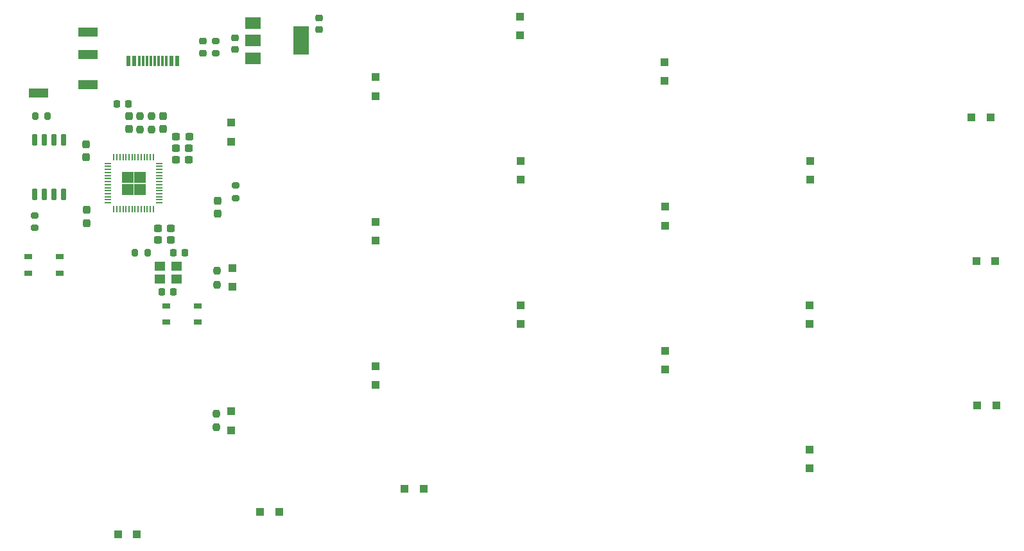
<source format=gbr>
%TF.GenerationSoftware,KiCad,Pcbnew,(6.0.4)*%
%TF.CreationDate,2022-05-02T18:01:09+08:00*%
%TF.ProjectId,RP2040 Board V1.0,52503230-3430-4204-926f-617264205631,rev?*%
%TF.SameCoordinates,Original*%
%TF.FileFunction,Paste,Top*%
%TF.FilePolarity,Positive*%
%FSLAX46Y46*%
G04 Gerber Fmt 4.6, Leading zero omitted, Abs format (unit mm)*
G04 Created by KiCad (PCBNEW (6.0.4)) date 2022-05-02 18:01:09*
%MOMM*%
%LPD*%
G01*
G04 APERTURE LIST*
G04 Aperture macros list*
%AMRoundRect*
0 Rectangle with rounded corners*
0 $1 Rounding radius*
0 $2 $3 $4 $5 $6 $7 $8 $9 X,Y pos of 4 corners*
0 Add a 4 corners polygon primitive as box body*
4,1,4,$2,$3,$4,$5,$6,$7,$8,$9,$2,$3,0*
0 Add four circle primitives for the rounded corners*
1,1,$1+$1,$2,$3*
1,1,$1+$1,$4,$5*
1,1,$1+$1,$6,$7*
1,1,$1+$1,$8,$9*
0 Add four rect primitives between the rounded corners*
20,1,$1+$1,$2,$3,$4,$5,0*
20,1,$1+$1,$4,$5,$6,$7,0*
20,1,$1+$1,$6,$7,$8,$9,0*
20,1,$1+$1,$8,$9,$2,$3,0*%
G04 Aperture macros list end*
%ADD10C,0.100000*%
%ADD11R,1.000000X1.000000*%
%ADD12RoundRect,0.225000X-0.225000X-0.250000X0.225000X-0.250000X0.225000X0.250000X-0.225000X0.250000X0*%
%ADD13R,0.812800X0.177800*%
%ADD14R,0.177800X0.812800*%
%ADD15RoundRect,0.200000X-0.275000X0.200000X-0.275000X-0.200000X0.275000X-0.200000X0.275000X0.200000X0*%
%ADD16RoundRect,0.237500X0.237500X-0.250000X0.237500X0.250000X-0.237500X0.250000X-0.237500X-0.250000X0*%
%ADD17RoundRect,0.200000X-0.200000X-0.275000X0.200000X-0.275000X0.200000X0.275000X-0.200000X0.275000X0*%
%ADD18RoundRect,0.237500X-0.237500X0.250000X-0.237500X-0.250000X0.237500X-0.250000X0.237500X0.250000X0*%
%ADD19RoundRect,0.237500X-0.237500X0.300000X-0.237500X-0.300000X0.237500X-0.300000X0.237500X0.300000X0*%
%ADD20RoundRect,0.218750X-0.256250X0.218750X-0.256250X-0.218750X0.256250X-0.218750X0.256250X0.218750X0*%
%ADD21R,1.050000X0.650000*%
%ADD22RoundRect,0.200000X0.275000X-0.200000X0.275000X0.200000X-0.275000X0.200000X-0.275000X-0.200000X0*%
%ADD23RoundRect,0.237500X-0.300000X-0.237500X0.300000X-0.237500X0.300000X0.237500X-0.300000X0.237500X0*%
%ADD24RoundRect,0.237500X0.237500X-0.300000X0.237500X0.300000X-0.237500X0.300000X-0.237500X-0.300000X0*%
%ADD25R,1.400000X1.200000*%
%ADD26RoundRect,0.225000X0.250000X-0.225000X0.250000X0.225000X-0.250000X0.225000X-0.250000X-0.225000X0*%
%ADD27RoundRect,0.150000X0.150000X-0.650000X0.150000X0.650000X-0.150000X0.650000X-0.150000X-0.650000X0*%
%ADD28R,2.000000X1.500000*%
%ADD29R,2.000000X3.800000*%
%ADD30R,2.500000X1.200000*%
%ADD31R,0.600000X1.450000*%
%ADD32R,0.300000X1.450000*%
G04 APERTURE END LIST*
%TO.C,U3*%
G36*
X30300000Y-100075000D02*
G01*
X28899800Y-100075000D01*
X28899800Y-98674800D01*
X30300000Y-98674800D01*
X30300000Y-100075000D01*
G37*
D10*
X30300000Y-100075000D02*
X28899800Y-100075000D01*
X28899800Y-98674800D01*
X30300000Y-98674800D01*
X30300000Y-100075000D01*
G36*
X31900200Y-101675200D02*
G01*
X30500000Y-101675200D01*
X30500000Y-100275000D01*
X31900200Y-100275000D01*
X31900200Y-101675200D01*
G37*
X31900200Y-101675200D02*
X30500000Y-101675200D01*
X30500000Y-100275000D01*
X31900200Y-100275000D01*
X31900200Y-101675200D01*
G36*
X30300000Y-101675200D02*
G01*
X28899800Y-101675200D01*
X28899800Y-100275000D01*
X30300000Y-100275000D01*
X30300000Y-101675200D01*
G37*
X30300000Y-101675200D02*
X28899800Y-101675200D01*
X28899800Y-100275000D01*
X30300000Y-100275000D01*
X30300000Y-101675200D01*
G36*
X31900200Y-100075000D02*
G01*
X30500000Y-100075000D01*
X30500000Y-98674800D01*
X31900200Y-98674800D01*
X31900200Y-100075000D01*
G37*
X31900200Y-100075000D02*
X30500000Y-100075000D01*
X30500000Y-98674800D01*
X31900200Y-98674800D01*
X31900200Y-100075000D01*
%TD*%
D11*
%TO.C,D2*%
X28325000Y-146500000D03*
X30825000Y-146500000D03*
%TD*%
D12*
%TO.C,C3*%
X28175000Y-89725000D03*
X29725000Y-89725000D03*
%TD*%
D13*
%TO.C,U3*%
X26996400Y-97575000D03*
X26996400Y-97974999D03*
X26996400Y-98375001D03*
X26996400Y-98775000D03*
X26996400Y-99174999D03*
X26996400Y-99575001D03*
X26996400Y-99975000D03*
X26996400Y-100375000D03*
X26996400Y-100774999D03*
X26996400Y-101175001D03*
X26996400Y-101575000D03*
X26996400Y-101974999D03*
X26996400Y-102375001D03*
X26996400Y-102775000D03*
D14*
X27800000Y-103578600D03*
X28199999Y-103578600D03*
X28600001Y-103578600D03*
X29000000Y-103578600D03*
X29399999Y-103578600D03*
X29800001Y-103578600D03*
X30200000Y-103578600D03*
X30600000Y-103578600D03*
X30999999Y-103578600D03*
X31400001Y-103578600D03*
X31800000Y-103578600D03*
X32199999Y-103578600D03*
X32600001Y-103578600D03*
X33000000Y-103578600D03*
D13*
X33803600Y-102775000D03*
X33803600Y-102375001D03*
X33803600Y-101974999D03*
X33803600Y-101575000D03*
X33803600Y-101175001D03*
X33803600Y-100774999D03*
X33803600Y-100375000D03*
X33803600Y-99975000D03*
X33803600Y-99575001D03*
X33803600Y-99174999D03*
X33803600Y-98775000D03*
X33803600Y-98375001D03*
X33803600Y-97974999D03*
X33803600Y-97575000D03*
D14*
X33000000Y-96771400D03*
X32600001Y-96771400D03*
X32199999Y-96771400D03*
X31800000Y-96771400D03*
X31400001Y-96771400D03*
X30999999Y-96771400D03*
X30600000Y-96771400D03*
X30200000Y-96771400D03*
X29800001Y-96771400D03*
X29399999Y-96771400D03*
X29000000Y-96771400D03*
X28600001Y-96771400D03*
X28199999Y-96771400D03*
X27800000Y-96771400D03*
%TD*%
D15*
%TO.C,R3*%
X41225000Y-81400000D03*
X41225000Y-83050000D03*
%TD*%
D12*
%TO.C,C4*%
X34125000Y-114525000D03*
X35675000Y-114525000D03*
%TD*%
D11*
%TO.C,D3*%
X47075000Y-143550000D03*
X49575000Y-143550000D03*
%TD*%
D16*
%TO.C,R7*%
X31250000Y-93112500D03*
X31250000Y-91287500D03*
%TD*%
D11*
%TO.C,D8*%
X62350000Y-126825000D03*
X62350000Y-124325000D03*
%TD*%
D17*
%TO.C,R6*%
X30600000Y-109325000D03*
X32250000Y-109325000D03*
%TD*%
D18*
%TO.C,R10*%
X41375000Y-111737500D03*
X41375000Y-113562500D03*
%TD*%
D11*
%TO.C,D9*%
X62350000Y-107775000D03*
X62350000Y-105275000D03*
%TD*%
%TO.C,D12*%
X81450000Y-99725000D03*
X81450000Y-97225000D03*
%TD*%
D19*
%TO.C,C13*%
X24225000Y-103725000D03*
X24225000Y-105450000D03*
%TD*%
D20*
%TO.C,D1*%
X39575000Y-81450000D03*
X39575000Y-83025000D03*
%TD*%
D16*
%TO.C,R8*%
X32750000Y-93112500D03*
X32750000Y-91287500D03*
%TD*%
D21*
%TO.C,SW2*%
X34725000Y-118525000D03*
X38875000Y-118525000D03*
X34725000Y-116375000D03*
X38875000Y-116375000D03*
%TD*%
D11*
%TO.C,D21*%
X141523400Y-110439200D03*
X144023400Y-110439200D03*
%TD*%
D22*
%TO.C,R11*%
X43850000Y-102125000D03*
X43850000Y-100475000D03*
%TD*%
D11*
%TO.C,D4*%
X66150000Y-140525000D03*
X68650000Y-140525000D03*
%TD*%
%TO.C,D10*%
X62350000Y-88700000D03*
X62350000Y-86200000D03*
%TD*%
D21*
%TO.C,SW1*%
X16525000Y-112050000D03*
X20675000Y-112050000D03*
X16525000Y-109900000D03*
X20675000Y-109900000D03*
%TD*%
D23*
%TO.C,C16*%
X36012500Y-94050000D03*
X37737500Y-94050000D03*
%TD*%
D17*
%TO.C,R5*%
X17425000Y-91350000D03*
X19075000Y-91350000D03*
%TD*%
D11*
%TO.C,D14*%
X100475000Y-124800000D03*
X100475000Y-122300000D03*
%TD*%
%TO.C,D16*%
X100450000Y-86675000D03*
X100450000Y-84175000D03*
%TD*%
%TO.C,D11*%
X81450000Y-118800000D03*
X81450000Y-116300000D03*
%TD*%
D18*
%TO.C,R9*%
X41275000Y-130587500D03*
X41275000Y-132412500D03*
%TD*%
D11*
%TO.C,D17*%
X119525000Y-137850000D03*
X119525000Y-135350000D03*
%TD*%
%TO.C,D18*%
X119550000Y-118800000D03*
X119550000Y-116300000D03*
%TD*%
%TO.C,D13*%
X81400000Y-80700000D03*
X81400000Y-78200000D03*
%TD*%
%TO.C,D15*%
X100500000Y-105800000D03*
X100500000Y-103300000D03*
%TD*%
D24*
%TO.C,C14*%
X24170000Y-96752500D03*
X24170000Y-95027500D03*
%TD*%
D12*
%TO.C,C5*%
X35650000Y-109325000D03*
X37200000Y-109325000D03*
%TD*%
D15*
%TO.C,R4*%
X17350000Y-104450000D03*
X17350000Y-106100000D03*
%TD*%
D25*
%TO.C,Y1*%
X33825000Y-112875000D03*
X36025000Y-112875000D03*
X36025000Y-111175000D03*
X33825000Y-111175000D03*
%TD*%
D11*
%TO.C,D22*%
X140913800Y-91490800D03*
X143413800Y-91490800D03*
%TD*%
D24*
%TO.C,C6*%
X34275000Y-93062500D03*
X34275000Y-91337500D03*
%TD*%
D26*
%TO.C,C2*%
X54875000Y-79900000D03*
X54875000Y-78350000D03*
%TD*%
D23*
%TO.C,C12*%
X33612500Y-107700000D03*
X35337500Y-107700000D03*
%TD*%
D19*
%TO.C,C11*%
X41450000Y-102512500D03*
X41450000Y-104237500D03*
%TD*%
D11*
%TO.C,D20*%
X141650400Y-129514600D03*
X144150400Y-129514600D03*
%TD*%
D27*
%TO.C,U2*%
X17320000Y-101675000D03*
X18590000Y-101675000D03*
X19860000Y-101675000D03*
X21130000Y-101675000D03*
X21130000Y-94475000D03*
X19860000Y-94475000D03*
X18590000Y-94475000D03*
X17320000Y-94475000D03*
%TD*%
D23*
%TO.C,C15*%
X35987500Y-95575000D03*
X37712500Y-95575000D03*
%TD*%
D28*
%TO.C,U1*%
X46175000Y-79075000D03*
D29*
X52475000Y-81375000D03*
D28*
X46175000Y-81375000D03*
X46175000Y-83675000D03*
%TD*%
D30*
%TO.C,J2*%
X24350000Y-83200000D03*
X24350000Y-80200000D03*
X17850000Y-88300000D03*
X24350000Y-87200000D03*
%TD*%
D11*
%TO.C,D6*%
X43450000Y-113875000D03*
X43450000Y-111375000D03*
%TD*%
%TO.C,D5*%
X43300000Y-132775000D03*
X43300000Y-130275000D03*
%TD*%
D24*
%TO.C,C9*%
X29775000Y-93062500D03*
X29775000Y-91337500D03*
%TD*%
D31*
%TO.C,J1*%
X36175000Y-84035000D03*
X35375000Y-84035000D03*
D32*
X34175000Y-84035000D03*
X33175000Y-84035000D03*
X32675000Y-84035000D03*
X31675000Y-84035000D03*
D31*
X30475000Y-84035000D03*
X29675000Y-84035000D03*
X29675000Y-84035000D03*
X30475000Y-84035000D03*
D32*
X31175000Y-84035000D03*
X32175000Y-84035000D03*
X33675000Y-84035000D03*
X34675000Y-84035000D03*
D31*
X35375000Y-84035000D03*
X36175000Y-84035000D03*
%TD*%
D11*
%TO.C,D19*%
X119600000Y-99750000D03*
X119600000Y-97250000D03*
%TD*%
%TO.C,D7*%
X43250000Y-94675000D03*
X43250000Y-92175000D03*
%TD*%
D26*
%TO.C,C1*%
X43750000Y-82550000D03*
X43750000Y-81000000D03*
%TD*%
D23*
%TO.C,C10*%
X35975000Y-97075000D03*
X37700000Y-97075000D03*
%TD*%
%TO.C,C8*%
X33612500Y-106175000D03*
X35337500Y-106175000D03*
%TD*%
M02*

</source>
